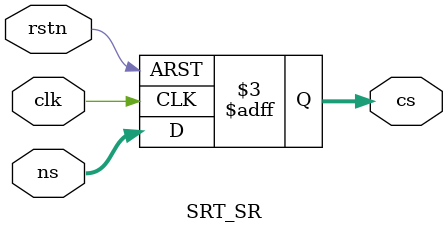
<source format=v>
`timescale 1ns / 1ps


module SRT_SR(
    input [4:0] ns,
    input clk, rstn,
    output reg [4:0] cs
    );
    always @(posedge clk, negedge rstn) begin
        if(!rstn)   cs <= 5'b0;
        else        cs <= ns;
    end
endmodule

</source>
